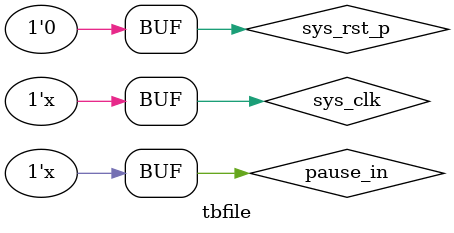
<source format=v>
`timescale 1ns / 1ps


`timescale 1ns / 1ps
//////////////////////////////////////////////////////////////////////////////////
// Company: 
// Engineer: 
// 
// Create Date: 2021/09/17 21:10:39
// Design Name: 
// Module Name: tb_top
// Project Name: 
// Target Devices: 
// Tool Versions: 
// Description: 
// 
// Dependencies: 
// 
// Revision:
// Revision 0.01 - File Created
// Additional Comments:
// 
//////////////////////////////////////////////////////////////////////////////////


module tbfile();

reg sys_clk; 
reg sys_rst_p;
reg pause_in;
wire freq;
 
initial begin
sys_clk <= 1'b1;
pause_in <= 1'b1;
sys_rst_p<= 1'b1;
#20
sys_rst_p <= 1'b0;
end

always #5 sys_clk = ~sys_clk;
always #15 pause_in = ~pause_in;

Frequency u0_Top(
.std_clk    (sys_clk ),
.rst_p      (sys_rst_p),
.pause_in   (pause_in),

.freq       (freq)
);
endmodule

</source>
